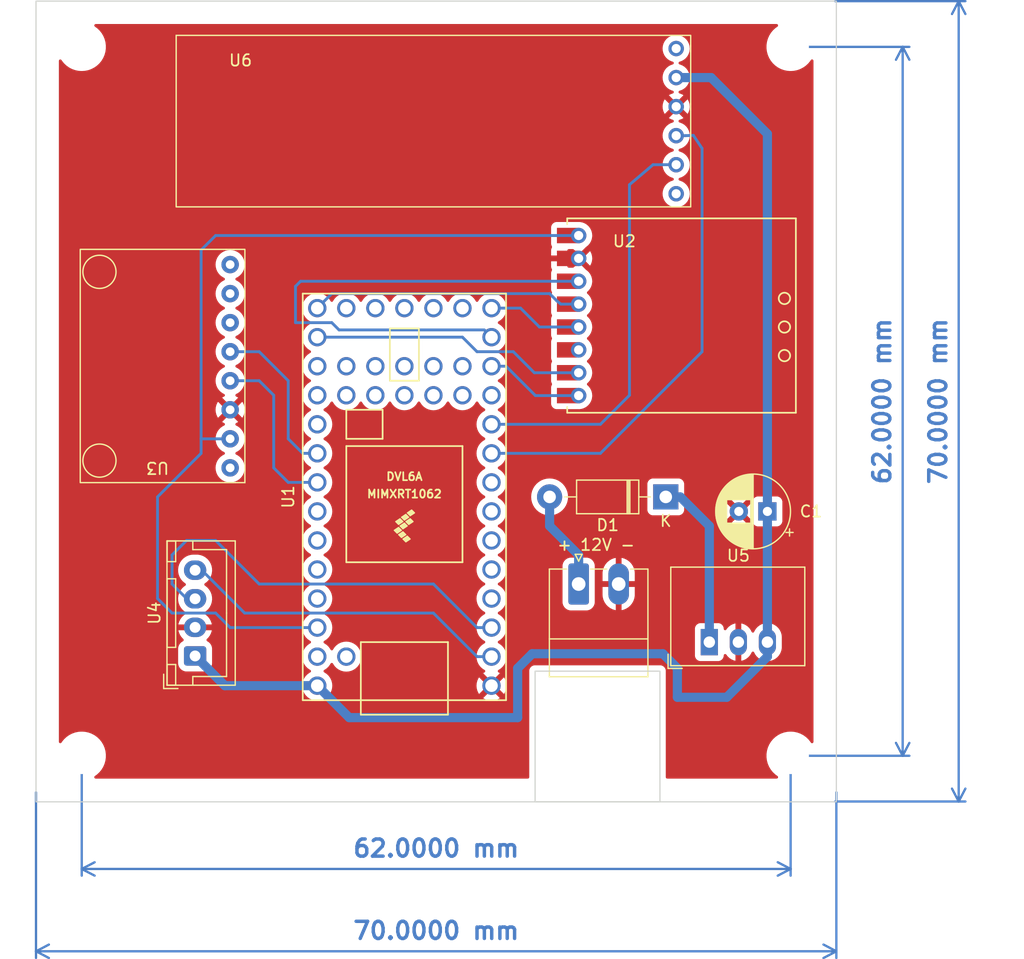
<source format=kicad_pcb>
(kicad_pcb (version 20211014) (generator pcbnew)
  (title_block (comment 4 "AISLER Project ID: ZCGLTTHO"))
  (layers (0 "F.Cu" signal) (31 "B.Cu" signal) (34 "B.Paste" user) (35 "F.Paste" user) (36 "B.SilkS" user "B.Silkscreen") (37 "F.SilkS" user "F.Silkscreen") (38 "B.Mask" user) (39 "F.Mask" user) (44 "Edge.Cuts" user))
  (net 0 "")
  (net 1 "Net-(D1-Pad1)")
  (net 2 "Net-(D1-Pad2)")
  (net 3 "GND")
  (net 16 "Net-(U1-Pad13)")
  (net 17 "Net-(U1-Pad12)")
  (net 31 "unconnected-(U2-Pad6)")
  (net 32 "Net-(U1-Pad25)")
  (net 33 "Net-(U1-Pad26)")
  (net 34 "Net-(U1-Pad2)")
  (net 35 "Net-(C1-Pad1)")
  (net 36 "Net-(U1-Pad3)")
  (net 37 "Net-(U1-Pad31)")
  (net 47 "Net-(U6-Pad4)")
  (net 48 "Net-(U6-Pad5)")
  (net 50 "Net-(U1-Pad14)")
  (net 51 "Net-(U1-Pad20)")
  (net 52 "Net-(U1-Pad21)")
  (footprint "Converter_DCDC:Converter_DCDC_RECOM_R-78E-0.5_THT" (layer "F.Cu") (at 135.89 99.06)
    (fp_text reference "U5" (at 2.54 -7.56) (layer "F.SilkS"))
    (fp_text value "R-78E5.0-0.5")
    (fp_line (start -3.371 -6.56) (end -3.371 2.06) (layer "F.SilkS") (width 0.12))
    (fp_line (start -3.371 -6.56) (end 8.35 -6.56) (layer "F.SilkS") (width 0.12))
    (fp_line (start -3.611 1.06) (end -3.611 2.3) (layer "F.SilkS") (width 0.12))
    (fp_line (start -3.611 2.3) (end -2.371 2.3) (layer "F.SilkS") (width 0.12))
    (fp_line (start -3.371 2.06) (end 8.35 2.06) (layer "F.SilkS") (width 0.12))
    (fp_line (start 8.35 -6.56) (end 8.35 2.06) (layer "F.SilkS") (width 0.12))
    (pad "1" thru_hole rect (at 0 0) (size 1.5 2.3) (drill 1) (layers *.Cu *.Mask) (net 1 "Net-(D1-Pad1)"))
    (pad "2" thru_hole oval (at 2.54 0) (size 1.5 2.3) (drill 1) (layers *.Cu *.Mask) (net 3 "GND"))
    (pad "3" thru_hole oval (at 5.08 0) (size 1.5 2.3) (drill 1) (layers *.Cu *.Mask) (net 35 "Net-(C1-Pad1)"))
  )
  (footprint "MountingHole:MountingHole_3.2mm_M3" (layer "F.Cu") (at 81 109)
    (fp_text reference "H1" hide)
    (fp_text value "MountingHole")
    (pad "" np_thru_hole circle (at 0 0) (size 3.2 3.2) (drill 3.2) (layers *.Cu *.Mask))
  )
  (footprint "Connector_JST:JST_XH_B4B-XH-A_1x04_P2.50mm_Vertical" (layer "F.Cu") (at 90.915 100.27 90)
    (fp_text reference "U4" (at 3.75 -3.55 90) (layer "F.SilkS"))
    (fp_text value "UBLOX M8N Module")
    (fp_line (start 6.75 -2.45) (end 0.75 -2.45) (layer "F.SilkS") (width 0.12))
    (fp_line (start -2.56 3.51) (end 10.06 3.51) (layer "F.SilkS") (width 0.12))
    (fp_line (start 9.3 -0.2) (end 9.3 2.75) (layer "F.SilkS") (width 0.12))
    (fp_line (start 8.25 -2.45) (end 8.25 -1.7) (layer "F.SilkS") (width 0.12))
    (fp_line (start 10.05 -0.2) (end 9.3 -0.2) (layer "F.SilkS") (width 0.12))
    (fp_line (start -2.55 -0.2) (end -1.8 -0.2) (layer "F.SilkS") (width 0.12))
    (fp_line (start -2.85 -2.75) (end -2.85 -1.5) (layer "F.SilkS") (width 0.12))
    (fp_line (start -1.8 -0.2) (end -1.8 2.75) (layer "F.SilkS") (width 0.12))
    (fp_line (start 0.75 -1.7) (end 6.75 -1.7) (layer "F.SilkS") (width 0.12))
    (fp_line (start -2.55 -1.7) (end -0.75 -1.7) (layer "F.SilkS") (width 0.12))
    (fp_line (start -1.8 2.75) (end 3.75 2.75) (layer "F.SilkS") (width 0.12))
    (fp_line (start -1.6 -2.75) (end -2.85 -2.75) (layer "F.SilkS") (width 0.12))
    (fp_line (start 10.06 -2.46) (end -2.56 -2.46) (layer "F.SilkS") (width 0.12))
    (fp_line (start 10.05 -1.7) (end 10.05 -2.45) (layer "F.SilkS") (width 0.12))
    (fp_line (start 6.75 -1.7) (end 6.75 -2.45) (layer "F.SilkS") (width 0.12))
    (fp_line (start -2.56 -2.46) (end -2.56 3.51) (layer "F.SilkS") (width 0.12))
    (fp_line (start -0.75 -2.45) (end -2.55 -2.45) (layer "F.SilkS") (width 0.12))
    (fp_line (start -0.75 -1.7) (end -0.75 -2.45) (layer "F.SilkS") (width 0.12))
    (fp_line (start 10.05 -2.45) (end 8.25 -2.45) (layer "F.SilkS") (width 0.12))
    (fp_line (start 0.75 -2.45) (end 0.75 -1.7) (layer "F.SilkS") (width 0.12))
    (fp_line (start 9.3 2.75) (end 3.75 2.75) (layer "F.SilkS") (width 0.12))
    (fp_line (start 10.06 3.51) (end 10.06 -2.46) (layer "F.SilkS") (width 0.12))
    (fp_line (start -2.55 -2.45) (end -2.55 -1.7) (layer "F.SilkS") (width 0.12))
    (fp_line (start 8.25 -1.7) (end 10.05 -1.7) (layer "F.SilkS") (width 0.12))
    (pad "1" thru_hole roundrect (at 0 0 90) (size 1.7 1.95) (drill 0.95) (layers *.Cu *.Mask) (roundrect_rratio 0.1470588235) (net 35 "Net-(C1-Pad1)"))
    (pad "2" thru_hole oval (at 2.5 0 90) (size 1.7 1.95) (drill 0.95) (layers *.Cu *.Mask) (net 3 "GND"))
    (pad "3" thru_hole oval (at 5 0 90) (size 1.7 1.95) (drill 0.95) (layers *.Cu *.Mask) (net 36 "Net-(U1-Pad3)"))
    (pad "4" thru_hole oval (at 7.5 0 90) (size 1.7 1.95) (drill 0.95) (layers *.Cu *.Mask) (net 34 "Net-(U1-Pad2)"))
  )
  (footprint "Connector_Phoenix_MC:PhoenixContact_MC_1,5_2-G-3.5_1x02_P3.50mm_Horizontal" (layer "F.Cu") (at 124.46 93.98)
    (fp_text reference "+ 12V - " (at 1.905 -3.429) (layer "F.SilkS"))
    (fp_text value "Screw_Terminal_01x02")
    (fp_line (start -2.56 -1.31) (end -2.56 8.11) (layer "F.SilkS") (width 0.12))
    (fp_line (start 0.3 -2.6) (end 0 -2) (layer "F.SilkS") (width 0.12))
    (fp_line (start 0 -2) (end -0.3 -2.6) (layer "F.SilkS") (width 0.12))
    (fp_line (start 6.06 -1.31) (end 4.55 -1.31) (layer "F.SilkS") (width 0.12))
    (fp_line (start -2.56 4.8) (end 6.06 4.8) (layer "F.SilkS") (width 0.12))
    (fp_line (start -2.56 -1.31) (end -1.05 -1.31) (layer "F.SilkS") (width 0.12))
    (fp_line (start -2.56 8.11) (end 6.06 8.11) (layer "F.SilkS") (width 0.12))
    (fp_line (start -0.3 -2.6) (end 0.3 -2.6) (layer "F.SilkS") (width 0.12))
    (fp_line (start 1.05 -1.31) (end 2.45 -1.31) (layer "F.SilkS") (width 0.12))
    (fp_line (start 6.06 8.11) (end 6.06 -1.31) (layer "F.SilkS") (width 0.12))
    (pad "1" thru_hole roundrect (at 0 0) (size 1.8 3.6) (drill 1.2) (layers *.Cu *.Mask) (roundrect_rratio 0.1388888889) (net 2 "Net-(D1-Pad2)"))
    (pad "2" thru_hole oval (at 3.5 0) (size 1.8 3.6) (drill 1.2) (layers *.Cu *.Mask) (net 3 "GND"))
  )
  (footprint "MountingHole:MountingHole_3.2mm_M3" (layer "F.Cu") (at 143 47)
    (fp_text reference "H4" hide)
    (fp_text value "MountingHole")
    (pad "" np_thru_hole circle (at 0 0) (size 3.2 3.2) (drill 3.2) (layers *.Cu *.Mask))
  )
  (footprint "Diode_THT:D_DO-41_SOD81_P10.16mm_Horizontal" (layer "F.Cu") (at 132.08 86.36 180)
    (fp_text reference "D1" (at 5.08 -2.47) (layer "F.SilkS"))
    (fp_text value "1N4004")
    (fp_text user "K" (at 0 -2.1) (layer "F.SilkS"))
    (fp_line (start 7.8 1.47) (end 7.8 -1.47) (layer "F.SilkS") (width 0.12))
    (fp_line (start 3.26 -1.47) (end 3.26 1.47) (layer "F.SilkS") (width 0.12))
    (fp_line (start 3.14 -1.47) (end 3.14 1.47) (layer "F.SilkS") (width 0.12))
    (fp_line (start 2.36 -1.47) (end 2.36 1.47) (layer "F.SilkS") (width 0.12))
    (fp_line (start 2.36 1.47) (end 7.8 1.47) (layer "F.SilkS") (width 0.12))
    (fp_line (start 8.82 0) (end 7.8 0) (layer "F.SilkS") (width 0.12))
    (fp_line (start 3.38 -1.47) (end 3.38 1.47) (layer "F.SilkS") (width 0.12))
    (fp_line (start 7.8 -1.47) (end 2.36 -1.47) (layer "F.SilkS") (width 0.12))
    (fp_line (start 1.34 0) (end 2.36 0) (layer "F.SilkS") (width 0.12))
    (pad "1" thru_hole rect (at 0 0 180) (size 2.2 2.2) (drill 1.1) (layers *.Cu *.Mask) (net 1 "Net-(D1-Pad1)"))
    (pad "2" thru_hole oval (at 10.16 0 180) (size 2.2 2.2) (drill 1.1) (layers *.Cu *.Mask) (net 2 "Net-(D1-Pad2)"))
  )
  (footprint "_Arduino_module:CC1101" (layer "F.Cu") (at 121.96 62)
    (fp_text reference "U2" (at 6.5 2) (layer "F.SilkS"))
    (fp_text value "CC1101")
    (fp_line (start 1.5 0) (end 21.5 0) (layer "F.SilkS") (width 0.15))
    (fp_line (start 21.5 17) (end 1.5 17) (layer "F.SilkS") (width 0.15))
    (fp_line (start 1.5 0) (end 1.5 0.5) (layer "F.SilkS") (width 0.15))
    (fp_line (start 1.5 17) (end 1.5 16.5) (layer "F.SilkS") (width 0.15))
    (fp_line (start 21.5 0) (end 21.5 17) (layer "F.SilkS") (width 0.15))
    (fp_circle (center 20.5 12) (end 20.5 12.5) (layer "F.SilkS") (width 0.15) (fill none))
    (fp_circle (center 20.5 7) (end 20.5 7.5) (layer "F.SilkS") (width 0.15) (fill none))
    (fp_circle (center 20.5 9.5) (end 21 9.5) (layer "F.SilkS") (width 0.15) (fill none))
    (pad "1" connect rect (at 1.5 1.5) (size 1.8 1.35) (layers "F.Cu" "F.Mask") (net 37 "Net-(U1-Pad31)"))
    (pad "1" thru_hole circle (at 2.5 1.5) (size 1.35 1.35) (drill 0.8) (layers *.Cu *.Mask) (net 37 "Net-(U1-Pad31)"))
    (pad "2" connect rect (at 1.5 3.5) (size 1.8 1.35) (layers "F.Cu" "F.Mask") (net 3 "GND"))
    (pad "2" thru_hole circle (at 2.5 3.5) (size 1.35 1.35) (drill 0.8) (layers *.Cu *.Mask) (net 3 "GND"))
    (pad "3" thru_hole circle (at 2.5 5.5) (size 1.35 1.35) (drill 0.8) (layers *.Cu *.Mask) (net 16 "Net-(U1-Pad13)"))
    (pad "3" connect rect (at 1.5 5.5) (size 1.8 1.35) (layers "F.Cu" "F.Mask") (net 16 "Net-(U1-Pad13)"))
    (pad "4" connect rect (at 1.5 7.5) (size 1.8 1.35) (layers "F.Cu" "F.Mask") (net 51 "Net-(U1-Pad20)"))
    (pad "4" thru_hole circle (at 2.5 7.5) (size 1.35 1.35) (drill 0.8) (layers *.Cu *.Mask) (net 51 "Net-(U1-Pad20)"))
    (pad "5" thru_hole circle (at 2.5 9.5) (size 1.35 1.35) (drill 0.8) (layers *.Cu *.Mask) (net 50 "Net-(U1-Pad14)"))
    (pad "5" connect rect (at 1.5 9.5) (size 1.8 1.35) (layers "F.Cu" "F.Mask") (net 50 "Net-(U1-Pad14)"))
    (pad "6" thru_hole circle (at 2.5 11.5) (size 1.35 1.35) (drill 0.8) (layers *.Cu *.Mask) (net 31 "unconnected-(U2-Pad6)"))
    (pad "6" connect rect (at 1.5 11.5) (size 1.8 1.35) (layers "F.Cu" "F.Mask") (net 31 "unconnected-(U2-Pad6)"))
    (pad "7" thru_hole circle (at 2.5 13.5) (size 1.35 1.35) (drill 0.8) (layers *.Cu *.Mask) (net 52 "Net-(U1-Pad21)"))
    (pad "7" connect rect (at 1.5 13.5) (size 1.8 1.35) (layers "F.Cu" "F.Mask") (net 52 "Net-(U1-Pad21)"))
    (pad "8" connect rect (at 1.5 15.5) (size 1.8 1.35) (layers "F.Cu" "F.Mask") (net 17 "Net-(U1-Pad12)"))
    (pad "8" thru_hole circle (at 2.5 15.5) (size 1.35 1.35) (drill 0.8) (layers *.Cu *.Mask) (net 17 "Net-(U1-Pad12)"))
  )
  (footprint "Teensy:Teensy40" (layer "F.Cu") (at 109.22 86.36 90)
    (fp_text reference "U1" (at 0 -10.16 90) (layer "F.SilkS"))
    (fp_text value "Teensy4.0")
    (fp_text user "MIMXRT1062" (at 0.254 0) (layer "F.SilkS") (effects (font (size 0.7 0.7))))
    (fp_text user "DVL6A" (at 1.778 0) (layer "F.SilkS") (effects (font (size 0.7 0.7))))
    (fp_line (start 4.445 -5.08) (end -5.715 -5.08) (layer "F.SilkS") (width 0.15))
    (fp_line (start -5.715 -5.08) (end -5.715 5.08) (layer "F.SilkS") (width 0.15))
    (fp_line (start -12.7 3.81) (end -12.7 -3.81) (layer "F.SilkS") (width 0.15))
    (fp_line (start 17.78 -8.89) (end 17.78 8.89) (layer "F.SilkS") (width 0.15))
    (fp_line (start 4.445 5.08) (end 4.445 -5.08) (layer "F.SilkS") (width 0.15))
    (fp_line (start -17.78 -8.89) (end 17.78 -8.89) (layer "F.SilkS") (width 0.15))
    (fp_line (start -12.7 3.81) (end -17.78 3.81) (layer "F.SilkS") (width 0.15))
    (fp_line (start 7.62 -1.905) (end 5.08 -1.905) (layer "F.SilkS") (width 0.15))
    (fp_line (start 5.08 -1.905) (end 5.08 -5.08) (layer "F.SilkS") (width 0.15))
    (fp_line (start 14.732 -1.27) (end 14.732 1.27) (layer "F.SilkS") (width 0.15))
    (fp_line (start 7.62 -5.08) (end 7.62 -1.905) (layer "F.SilkS") (width 0.15))
    (fp_line (start -17.78 8.89) (end -17.78 -8.89) (layer "F.SilkS") (width 0.15))
    (fp_line (start -12.7 -3.81) (end -17.78 -3.81) (layer "F.SilkS") (width 0.15))
    (fp_line (start 10.16 1.27) (end 10.16 -1.27) (layer "F.SilkS") (width 0.15))
    (fp_line (start -19.05 3.81) (end -19.05 -3.81) (layer "F.SilkS") (width 0.15))
    (fp_line (start 14.732 1.27) (end 10.16 1.27) (layer "F.SilkS") (width 0.15))
    (fp_line (start -19.05 -3.81) (end -17.78 -3.81) (layer "F.SilkS") (width 0.15))
    (fp_line (start 5.08 -5.08) (end 7.62 -5.08) (layer "F.SilkS") (width 0.15))
    (fp_line (start 17.78 8.89) (end -17.78 8.89) (layer "F.SilkS") (width 0.15))
    (fp_line (start 4.445 5.08) (end -5.715 5.08) (layer "F.SilkS") (width 0.15))
    (fp_line (start 10.16 -1.27) (end 14.732 -1.27) (layer "F.SilkS") (width 0.15))
    (fp_line (start -17.78 3.81) (end -19.05 3.81) (layer "F.SilkS") (width 0.15))
    (fp_poly (pts (xy -2.413 0.381) (xy -2.159 0.127) (xy -1.905 0.508) (xy -2.159 0.762)) (layer "F.SilkS") (width 0.1) (fill solid))
    (fp_poly (pts (xy -2.413 -0.508) (xy -2.159 -0.762) (xy -1.905 -0.381) (xy -2.159 -0.127)) (layer "F.SilkS") (width 0.1) (fill solid))
    (fp_poly (pts (xy -3.556 -0.254) (xy -3.302 -0.508) (xy -3.048 -0.127) (xy -3.302 0.127)) (layer "F.SilkS") (width 0.1) (fill solid))
    (fp_poly (pts (xy -2.794 -0.127) (xy -2.54 -0.381) (xy -2.286 0) (xy -2.54 0.254)) (layer "F.SilkS") (width 0.1) (fill solid))
    (fp_poly (pts (xy -1.651 0.508) (xy -1.397 0.254) (xy -1.143 0.635) (xy -1.397 0.889)) (layer "F.SilkS") (width 0.1) (fill solid))
    (fp_poly (pts (xy -3.937 0.127) (xy -3.683 -0.127) (xy -3.429 0.254) (xy -3.683 0.508)) (layer "F.SilkS") (width 0.1) (fill solid))
    (fp_poly (pts (xy -3.175 -0.635) (xy -2.921 -0.889) (xy -2.667 -0.508) (xy -2.921 -0.254)) (layer "F.SilkS") (width 0.1) (fill solid))
    (fp_poly (pts (xy -2.032 0) (xy -1.778 -0.254) (xy -1.524 0.127) (xy -1.778 0.381)) (layer "F.SilkS") (width 0.1) (fill solid))
    (pad "1" thru_hole circle locked (at -16.51 7.62 90) (size 1.6 1.6) (drill 1.1) (layers *.Cu *.Mask) (net 3 "GND"))
    (pad "2" thru_hole circle locked (at -13.97 7.62 90) (size 1.6 1.6) (drill 1.1) (layers *.Cu *.Mask) (net 34 "Net-(U1-Pad2)"))
    (pad "3" thru_hole circle locked (at -11.43 7.62 90) (size 1.6 1.6) (drill 1.1) (layers *.Cu *.Mask) (net 36 "Net-(U1-Pad3)"))
    (pad "4" thru_hole circle locked (at -8.89 7.62 90) (size 1.6 1.6) (drill 1.1) (layers *.Cu *.Mask))
    (pad "5" thru_hole circle locked (at -6.35 7.62 90) (size 1.6 1.6) (drill 1.1) (layers *.Cu *.Mask))
    (pad "6" thru_hole circle locked (at -3.81 7.62 90) (size 1.6 1.6) (drill 1.1) (layers *.Cu *.Mask))
    (pad "7" thru_hole circle locked (at -1.27 7.62 90) (size 1.6 1.6) (drill 1.1) (layers *.Cu *.Mask))
    (pad "8" thru_hole circle locked (at 1.27 7.62 90) (size 1.6 1.6) (drill 1.1) (layers *.Cu *.Mask))
    (pad "9" thru_hole circle locked (at 3.81 7.62 90) (size 1.6 1.6) (drill 1.1) (layers *.Cu *.Mask) (net 47 "Net-(U6-Pad4)"))
    (pad "10" thru_hole circle locked (at 6.35 7.62 90) (size 1.6 1.6) (drill 1.1) (layers *.Cu *.Mask) (net 48 "Net-(U6-Pad5)"))
    (pad "11" thru_hole circle locked (at 8.89 7.62 90) (size 1.6 1.6) (drill 1.1) (layers *.Cu *.Mask))
    (pad "12" thru_hole circle locked (at 11.43 7.62 90) (size 1.6 1.6) (drill 1.1) (layers *.Cu *.Mask) (net 17 "Net-(U1-Pad12)"))
    (pad "13" thru_hole circle locked (at 13.97 7.62 90) (size 1.6 1.6) (drill 1.1) (layers *.Cu *.Mask) (net 16 "Net-(U1-Pad13)"))
    (pad "14" thru_hole circle locked (at 16.51 7.62 90) (size 1.6 1.6) (drill 1.1) (layers *.Cu *.Mask) (net 50 "Net-(U1-Pad14)"))
    (pad "15" thru_hole circle locked (at 16.51 5.08 90) (size 1.6 1.6) (drill 1.1) (layers *.Cu *.Mask))
    (pad "16" thru_hole circle locked (at 16.51 2.54 90) (size 1.6 1.6) (drill 1.1) (layers *.Cu *.Mask))
    (pad "17" thru_hole circle locked (at 16.51 0 90) (size 1.6 1.6) (drill 1.1) (layers *.Cu *.Mask))
    (pad "18" thru_hole circle locked (at 16.51 -2.54 90) (size 1.6 1.6) (drill 1.1) (layers *.Cu *.Mask))
    (pad "19" thru_hole circle locked (at 16.51 -5.08 90) (size 1.6 1.6) (drill 1.1) (layers *.Cu *.Mask))
    (pad "20" thru_hole circle locked (at 16.51 -7.62 90) (size 1.6 1.6) (drill 1.1) (layers *.Cu *.Mask) (net 51 "Net-(U1-Pad20)"))
    (pad "21" thru_hole circle locked (at 13.97 -7.62 90) (size 1.6 1.6) (drill 1.1) (layers *.Cu *.Mask) (net 52 "Net-(U1-Pad21)"))
    (pad "22" thru_hole circle locked (at 11.43 -7.62 90) (size 1.6 1.6) (drill 1.1) (layers *.Cu *.Mask))
    (pad "23" thru_hole circle locked (at 8.89 -7.62 90) (size 1.6 1.6) (drill 1.1) (layers *.Cu *.Mask))
    (pad "24" thru_hole circle locked (at 6.35 -7.62 90) (size 1.6 1.6) (drill 1.1) (layers *.Cu *.Mask))
    (pad "25" thru_hole circle locked (at 3.81 -7.62 90) (size 1.6 1.6) (drill 1.1) (layers *.Cu *.Mask) (net 32 "Net-(U1-Pad25)"))
    (pad "26" thru_hole circle locked (at 1.27 -7.62 90) (size 1.6 1.6) (drill 1.1) (layers *.Cu *.Mask) (net 33 "Net-(U1-Pad26)"))
    (pad "27" thru_hole circle locked (at -1.27 -7.62 90) (size 1.6 1.6) (drill 1.1) (layers *.Cu *.Mask))
    (pad "28" thru_hole circle locked (at -3.81 -7.62 90) (size 1.6 1.6) (drill 1.1) (layers *.Cu *.Mask))
    (pad "29" thru_hole circle locked (at -6.35 -7.62 90) (size 1.6 1.6) (drill 1.1) (layers *.Cu *.Mask))
    (pad "30" thru_hole circle locked (at -8.89 -7.62 90) (size 1.6 1.6) (drill 1.1) (layers *.Cu *.Mask))
    (pad "31" thru_hole circle locked (at -11.43 -7.62 90) (size 1.6 1.6) (drill 1.1) (layers *.Cu *.Mask) (net 37 "Net-(U1-Pad31)"))
    (pad "32" thru_hole circle locked (at -13.97 -7.62 90) (size 1.6 1.6) (drill 1.1) (layers *.Cu *.Mask))
    (pad "33" thru_hole circle locked (at -16.51 -7.62 90) (size 1.6 1.6) (drill 1.1) (layers *.Cu *.Mask) (net 35 "Net-(C1-Pad1)"))
    (pad "34" thru_hole circle locked (at -13.97 -5.08 90) (size 1.6 1.6) (drill 1.1) (layers *.Cu *.Mask))
    (pad "35" thru_hole circle locked (at 11.43 -5.08 90) (size 1.6 1.6) (drill 1.1) (layers *.Cu *.Mask))
    (pad "36" thru_hole circle locked (at 8.89 -5.08 90) (size 1.6 1.6) (drill 1.1) (layers *.Cu *.Mask))
    (pad "37" thru_hole circle locked (at 11.43 -2.54 90) (size 1.6 1.6) (drill 1.1) (layers *.Cu *.Mask))
    (pad "38" thru_hole circle locked (at 8.89 -2.54 90) (size 1.6 1.6) (drill 1.1) (layers *.Cu *.Mask))
    (pad "39" thru_hole circle locked (at 11.43 0 90) (size 1.6 1.6) (drill 1.1) (layers *.Cu *.Mask))
    (pad "40" thru_hole circle locked (at 8.89 0 90) (size 1.6 1.6) (drill 1.1) (layers *.Cu *.Mask))
    (pad "41" thru_hole circle locked (at 11.43 2.54 90) (size 1.6 1.6) (drill 1.1) (layers *.Cu *.Mask))
    (pad "42" thru_hole circle locked (at 8.89 2.54 90) (size 1.6 1.6) (drill 1.1) (layers *.Cu *.Mask))
    (pad "43" thru_hole circle locked (at 11.43 5.08 90) (size 1.6 1.6) (drill 1.1) (layers *.Cu *.Mask))
    (pad "44" thru_hole circle locked (at 8.89 5.08 90) (size 1.6 1.6) (drill 1.1) (layers *.Cu *.Mask))
  )
  (footprint "MountingHole:MountingHole_3.2mm_M3" (layer "F.Cu") (at 143 109)
    (fp_text reference "H2" hide)
    (fp_text value "MountingHole")
    (pad "" np_thru_hole circle (at 0 0) (size 3.2 3.2) (drill 3.2) (layers *.Cu *.Mask))
  )
  (footprint "_Arduino_module:GY-511" (layer "F.Cu") (at 96.52 86.36 180)
    (fp_text reference "U3" (at 8.89 2.54 180 unlocked) (layer "F.SilkS"))
    (fp_text value "GY-511")
    (fp_rect (start 1.25 1.25) (end 15.65 21.65) (layer "F.SilkS") (width 0.12) (fill none))
    (fp_circle (center 13.97 3.175) (end 15.42 3.175) (layer "F.SilkS") (width 0.12) (fill none))
    (fp_circle (center 13.97 19.685) (end 15.42 19.685) (layer "F.SilkS") (width 0.12) (fill none))
    (pad "1" thru_hole circle (at 2.54 2.54 180) (size 1.524 1.524) (drill 0.762) (layers *.Cu *.Mask))
    (pad "2" thru_hole circle (at 2.54 5.08 180) (size 1.524 1.524) (drill 0.762) (layers *.Cu *.Mask) (net 37 "Net-(U1-Pad31)"))
    (pad "3" thru_hole circle (at 2.54 7.62 180) (size 1.524 1.524) (drill 0.762) (layers *.Cu *.Mask) (net 3 "GND"))
    (pad "4" thru_hole circle (at 2.54 10.16 180) (size 1.524 1.524) (drill 0.762) (layers *.Cu *.Mask) (net 33 "Net-(U1-Pad26)"))
    (pad "5" thru_hole circle (at 2.54 12.7 180) (size 1.524 1.524) (drill 0.762) (layers *.Cu *.Mask) (net 32 "Net-(U1-Pad25)"))
    (pad "6" thru_hole circle (at 2.54 15.24 180) (size 1.524 1.524) (drill 0.762) (layers *.Cu *.Mask))
    (pad "7" thru_hole circle (at 2.54 17.78 180) (size 1.524 1.524) (drill 0.762) (layers *.Cu *.Mask))
    (pad "8" thru_hole circle (at 2.54 20.32 180) (size 1.524 1.524) (drill 0.762) (layers *.Cu *.Mask))
  )
  (footprint "Capacitor_THT:CP_Radial_D6.3mm_P2.50mm" (layer "F.Cu") (at 140.97 87.63 180)
    (fp_text reference "C1" (at -3.81 0) (layer "F.SilkS"))
    (fp_text value "100µF 16V")
    (fp_line (start 1.53 -3.218) (end 1.53 -1.04) (layer "F.SilkS") (width 0.12))
    (fp_line (start 3.291 1.04) (end 3.291 2.516) (layer "F.SilkS") (width 0.12))
    (fp_line (start 1.69 1.04) (end 1.69 3.201) (layer "F.SilkS") (width 0.12))
    (fp_line (start 1.93 1.04) (end 1.93 3.159) (layer "F.SilkS") (width 0.12))
    (fp_line (start 2.171 -3.098) (end 2.171 -1.04) (layer "F.SilkS") (width 0.12))
    (fp_line (start 3.211 1.04) (end 3.211 2.578) (layer "F.SilkS") (width 0.12))
    (fp_line (start 2.731 -2.876) (end 2.731 -1.04) (layer "F.SilkS") (width 0.12))
    (fp_line (start 3.611 -2.224) (end 3.611 2.224) (layer "F.SilkS") (width 0.12))
    (fp_line (start 1.77 1.04) (end 1.77 3.189) (layer "F.SilkS") (width 0.12))
    (fp_line (start 2.251 1.04) (end 2.251 3.074) (layer "F.SilkS") (width 0.12))
    (fp_line (start 3.891 -1.89) (end 3.891 1.89) (layer "F.SilkS") (width 0.12))
    (fp_line (start 3.251 1.04) (end 3.251 2.548) (layer "F.SilkS") (width 0.12))
    (fp_line (start 3.291 -2.516) (end 3.291 -1.04) (layer "F.SilkS") (width 0.12))
    (fp_line (start 1.29 -3.23) (end 1.29 3.23) (layer "F.SilkS") (width 0.12))
    (fp_line (start 3.131 1.04) (end 3.131 2.636) (layer "F.SilkS") (width 0.12))
    (fp_line (start 1.45 -3.224) (end 1.45 3.224) (layer "F.SilkS") (width 0.12))
    (fp_line (start 3.331 1.04) (end 3.331 2.484) (layer "F.SilkS") (width 0.12))
    (fp_line (start 4.491 -0.402) (end 4.491 0.402) (layer "F.SilkS") (width 0.12))
    (fp_line (start 1.971 1.04) (end 1.971 3.15) (layer "F.SilkS") (width 0.12))
    (fp_line (start 2.531 1.04) (end 2.531 2.97) (layer "F.SilkS") (width 0.12))
    (fp_line (start 3.011 1.04) (end 3.011 2.716) (layer "F.SilkS") (width 0.12))
    (fp_line (start 2.331 1.04) (end 2.331 3.047) (layer "F.SilkS") (width 0.12))
    (fp_line (start 1.93 -3.159) (end 1.93 -1.04) (layer "F.SilkS") (width 0.12))
    (fp_line (start 1.41 -3.227) (end 1.41 3.227) (layer "F.SilkS") (width 0.12))
    (fp_line (start 2.851 -2.812) (end 2.851 -1.04) (layer "F.SilkS") (width 0.12))
    (fp_line (start 2.571 1.04) (end 2.571 2.952) (layer "F.SilkS") (width 0.12))
    (fp_line (start 3.451 -2.38) (end 3.451 -1.04) (layer "F.SilkS") (width 0.12))
    (fp_line (start 2.251 -3.074) (end 2.251 -1.04) (layer "F.SilkS") (width 0.12))
    (fp_line (start 2.891 -2.79) (end 2.891 -1.04) (layer "F.SilkS") (width 0.12))
    (fp_line (start 2.731 1.04) (end 2.731 2.876) (layer "F.SilkS") (width 0.12))
    (fp_line (start 3.651 -2.182) (end 3.651 2.182) (layer "F.SilkS") (width 0.12))
    (fp_line (start 4.171 -1.432) (end 4.171 1.432) (layer "F.SilkS") (width 0.12))
    (fp_line (start 3.171 1.04) (end 3.171 2.607) (layer "F.SilkS") (width 0.12))
    (fp_line (start 4.211 -1.35) (end 4.211 1.35) (layer "F.SilkS") (width 0.12))
    (fp_line (start 1.89 1.04) (end 1.89 3.167) (layer "F.SilkS") (width 0.12))
    (fp_line (start 3.171 -2.607) (end 3.171 -1.04) (layer "F.SilkS") (width 0.12))
    (fp_line (start 3.811 -1.995) (end 3.811 1.995) (layer "F.SilkS") (width 0.12))
    (fp_line (start 3.131 -2.636) (end 3.131 -1.04) (layer "F.SilkS") (width 0.12))
    (fp_line (start 2.411 1.04) (end 2.411 3.018) (layer "F.SilkS") (width 0.12))
    (fp_line (start 2.771 1.04) (end 2.771 2.856) (layer "F.SilkS") (width 0.12))
    (fp_line (start 2.611 -2.934) (end 2.611 -1.04) (layer "F.SilkS") (width 0.12))
    (fp_line (start 1.49 1.04) (end 1.49 3.222) (layer "F.SilkS") (width 0.12))
    (fp_line (start 3.051 -2.69) (end 3.051 -1.04) (layer "F.SilkS") (width 0.12))
    (fp_line (start 3.211 -2.578) (end 3.211 -1.04) (layer "F.SilkS") (width 0.12))
    (fp_line (start 1.37 -3.228) (end 1.37 3.228) (layer "F.SilkS") (width 0.12))
    (fp_line (start 2.291 1.04) (end 2.291 3.061) (layer "F.SilkS") (width 0.12))
    (fp_line (start 2.411 -3.018) (end 2.411 -1.04) (layer "F.SilkS") (width 0.12))
    (fp_line (start 4.011 -1.714) (end 4.011 1.714) (layer "F.SilkS") (width 0.12))
    (fp_line (start 2.091 1.04) (end 2.091 3.121) (layer "F.SilkS") (width 0.12))
    (fp_line (start 3.451 1.04) (end 3.451 2.38) (layer "F.SilkS") (width 0.12))
    (fp_line (start 1.81 -3.182) (end 1.81 -1.04) (layer "F.SilkS") (width 0.12))
    (fp_line (start 4.291 -1.165) (end 4.291 1.165) (layer "F.SilkS") (width 0.12))
    (fp_line (start 3.571 -2.265) (end 3.571 2.265) (layer "F.SilkS") (width 0.12))
    (fp_line (start 2.851 1.04) (end 2.851 2.812) (layer "F.SilkS") (width 0.12))
    (fp_line (start 1.61 -3.211) (end 1.61 -1.04) (layer "F.SilkS") (width 0.12))
    (fp_line (start 3.411 1.04) (end 3.411 2.416) (layer "F.SilkS") (width 0.12))
    (fp_line (start 2.891 1.04) (end 2.891 2.79) (layer "F.SilkS") (width 0.12))
    (fp_line (start 4.131 -1.509) (end 4.131 1.509) (layer "F.SilkS") (width 0.12))
    (fp_line (start 1.53 1.04) (end 1.53 3.218) (layer "F.SilkS") (width 0.12))
    (fp_line (start 1.85 -3.175) (end 1.85 -1.04) (layer "F.SilkS") (width 0.12))
    (fp_line (start 1.33 -3.23) (end 1.33 3.23) (layer "F.SilkS") (width 0.12))
    (fp_line (start 2.931 -2.766) (end 2.931 -1.04) (layer "F.SilkS") (width 0.12))
    (fp_line (start 3.931 -1.834) (end 3.931 1.834) (layer "F.SilkS") (width 0.12))
    (fp_line (start 2.171 1.04) (end 2.171 3.098) (layer "F.SilkS") (width 0.12))
    (fp_line (start 3.091 -2.664) (end 3.091 -1.04) (layer "F.SilkS") (width 0.12))
    (fp_line (start 2.451 1.04) (end 2.451 3.002) (layer "F.SilkS") (width 0.12))
    (fp_line (start 1.57 -3.215) (end 1.57 -1.04) (layer "F.SilkS") (width 0.12))
    (fp_line (start 3.371 1.04) (end 3.371 2.45) (layer "F.SilkS") (width 0.12))
    (fp_line (start 2.211 1.04) (end 2.211 3.086) (layer "F.SilkS") (width 0.12))
    (fp_line (start 4.331 -1.059) (end 4.331 1.059) (layer "F.SilkS") (width 0.12))
    (fp_line (start 1.69 -3.201) (end 1.69 -1.04) (layer "F.SilkS") (width 0.12))
    (fp_line (start 1.73 1.04) (end 1.73 3.195) (layer "F.SilkS") (width 0.12))
    (fp_line (start 4.251 -1.262) (end 4.251 1.262) (layer "F.SilkS") (width 0.12))
    (fp_line (start -1.935241 -2.154) (end -1.935241 -1.524) (layer "F.SilkS") (width 0.12))
    (fp_line (start 3.531 -2.305) (end 3.531 -1.04) (layer "F.SilkS") (width 0.12))
    (fp_line (start 2.491 -2.986) (end 2.491 -1.04) (layer "F.SilkS") (width 0.12))
    (fp_line (start 2.811 -2.834) (end 2.811 -1.04) (layer "F.SilkS") (width 0.12))
    (fp_line (start 3.731 -2.092) (end 3.731 2.092) (layer "F.SilkS") (width 0.12))
    (fp_line (start 2.011 -3.141) (end 2.011 -1.04) (layer "F.SilkS") (width 0.12))
    (fp_line (start 2.971 -2.742) (end 2.971 -1.04) (layer "F.SilkS") (width 0.12))
    (fp_line (start 1.65 1.04) (end 1.65 3.206) (layer "F.SilkS") (width 0.12))
    (fp_line (start 2.931 1.04) (end 2.931 2.766) (layer "F.SilkS") (width 0.12))
    (fp_line (start 3.491 1.04) (end 3.491 2.343) (layer "F.SilkS") (width 0.12))
    (fp_line (start 2.651 -2.916) (end 2.651 -1.04) (layer "F.SilkS") (width 0.12))
    (fp_line (start 3.051 1.04) (end 3.051 2.69) (layer "F.SilkS") (width 0.12))
    (fp_line (start 1.65 -3.206) (end 1.65 -1.04) (layer "F.SilkS") (width 0.12))
    (fp_line (start 1.77 -3.189) (end 1.77 -1.04) (layer "F.SilkS") (width 0.12))
    (fp_line (start 1.85 1.04) (end 1.85 3.175) (layer "F.SilkS") (width 0.12))
    (fp_line (start 2.651 1.04) (end 2.651 2.916) (layer "F.SilkS") (width 0.12))
    (fp_line (start 4.371 -0.94) (end 4.371 0.94) (layer "F.SilkS") (width 0.12))
    (fp_line (start 3.091 1.04) (end 3.091 2.664) (layer "F.SilkS") (width 0.12))
    (fp_line (start 3.531 1.04) (end 3.531 2.305) (layer "F.SilkS") (width 0.12))
    (fp_line (start 1.89 -3.167) (end 1.89 -1.04) (layer "F.SilkS") (width 0.12))
    (fp_line (start 2.691 -2.896) (end 2.691 -1.04) (layer "F.SilkS") (width 0.12))
    (fp_line (start 4.051 -1.65) (end 4.051 1.65) (layer "F.SilkS") (width 0.12))
    (fp_line (start 1.73 -3.195) (end 1.73 -1.04) (layer "F.SilkS") (width 0.12))
    (fp_line (start 2.771 -2.856) (end 2.771 -1.04) (layer "F.SilkS") (width 0.12))
    (fp_line (start 1.971 -3.15) (end 1.971 -1.04) (layer "F.SilkS") (width 0.12))
    (fp_line (start -2.250241 -1.839) (end -1.620241 -1.839) (layer "F.SilkS") (width 0.12))
    (fp_line (start 1.25 -3.23) (end 1.25 3.23) (layer "F.SilkS") (width 0.12))
    (fp_line (start 3.691 -2.137) (end 3.691 2.137) (layer "F.SilkS") (width 0.12))
    (fp_line (start 2.211 -3.086) (end 2.211 -1.04) (layer "F.SilkS") (width 0.12))
    (fp_line (start 2.131 -3.11) (end 2.131 -1.04) (layer "F.SilkS") (width 0.12))
    (fp_line (start 2.811 1.04) (end 2.811 2.834) (layer "F.SilkS") (width 0.12))
    (fp_line (start 3.251 -2.548) (end 3.251 -1.04) (layer "F.SilkS") (width 0.12))
    (fp_line (start 1.49 -3.222) (end 1.49 -1.04) (layer "F.SilkS") (width 0.12))
    (fp_line (start 2.131 1.04) (end 2.131 3.11) (layer "F.SilkS") (width 0.12))
    (fp_line (start 2.051 1.04) (end 2.051 3.131) (layer "F.SilkS") (width 0.12))
    (fp_line (start 1.61 1.04) (end 1.61 3.211) (layer "F.SilkS") (width 0.12))
    (fp_line (start 2.011 1.04) (end 2.011 3.141) (layer "F.SilkS") (width 0.12))
    (fp_line (start 3.411 -2.416) (end 3.411 -1.04) (layer "F.SilkS") (width 0.12))
    (fp_line (start 2.091 -3.121) (end 2.091 -1.04) (layer "F.SilkS") (width 0.12))
    (fp_line (start 2.371 -3.033) (end 2.371 -1.04) (layer "F.SilkS") (width 0.12))
    (fp_line (start 2.531 -2.97) (end 2.531 -1.04) (layer "F.SilkS") (width 0.12))
    (fp_line (start 3.771 -2.044) (end 3.771 2.044) (layer "F.SilkS") (width 0.12))
    (fp_line (start 2.331 -3.047) (end 2.331 -1.04) (layer "F.SilkS") (width 0.12))
    (fp_line (start 2.371 1.04) (end 2.371 3.033) (layer "F.SilkS") (width 0.12))
    (fp_line (start 2.971 1.04) (end 2.971 2.742) (layer "F.SilkS") (width 0.12))
    (fp_line (start 2.691 1.04) (end 2.691 2.896) (layer "F.SilkS") (width 0.12))
    (fp_line (start 2.451 -3.002) (end 2.451 -1.04) (layer "F.SilkS") (width 0.12))
    (fp_line (start 4.411 -0.802) (end 4.411 0.802) (layer "F.SilkS") (width 0.12))
    (fp_line (start 3.971 -1.776) (end 3.971 1.776) (layer "F.SilkS") (width 0.12))
    (fp_line (start 4.091 -1.581) (end 4.091 1.581) (layer "F.SilkS") (width 0.12))
    (fp_line (start 2.571 -2.952) (end 2.571 -1.04) (layer "F.SilkS") (width 0.12))
    (fp_line (start 2.291 -3.061) (end 2.291 -1.04) (layer "F.SilkS") (width 0.12))
    (fp_line (start 1.57 1.04) (end 1.57 3.215) (layer "F.SilkS") (width 0.12))
    (fp_line (start 3.011 -2.716) (end 3.011 -1.04) (layer "F.SilkS") (width 0.12))
    (fp_line (start 3.851 -1.944) (end 3.851 1.944) (layer "F.SilkS") (width 0.12))
    (fp_line (start 3.491 -2.343) (end 3.491 -1.04) (layer "F.SilkS") (width 0.12))
    (fp_line (start 4.451 -0.633) (end 4.451 0.633) (layer "F.SilkS") (width 0.12))
    (fp_line (start 2.611 1.04) (end 2.611 2.934) (layer "F.SilkS") (width 0.12))
    (fp_line (start 2.491 1.04) (end 2.491 2.986) (layer "F.SilkS") (width 0.12))
    (fp_line (start 1.81 1.04) (end 1.81 3.182) (layer "F.SilkS") (width 0.12))
    (fp_line (start 2.051 -3.131) (end 2.051 -1.04) (layer "F.SilkS") (width 0.12))
    (fp_line (start 3.331 -2.484) (end 3.331 -1.04) (layer "F.SilkS") (width 0.12))
    (fp_line (start 3.371 -2.45) (end 3.371 -1.04) (layer "F.SilkS") (width 0.12))
    (fp_circle (center 1.25 0) (end 4.52 0) (layer "F.SilkS") (width 0.12) (fill none))
    (pad "1" thru_hole rect (at 0 0 180) (size 1.6 1.6) (drill 0.8) (layers *.Cu *.Mask) (net 35 "Net-(C1-Pad1)"))
    (pad "2" thru_hole circle (at 2.5 0 180) (size 1.6 1.6) (drill 0.8) (layers *.Cu *.Mask) (net 3 "GND"))
  )
  (footprint "_Arduino_module:HC-06" (layer "F.Cu") (at 89.81 45.875)
    (fp_text reference "U6" (at 5.08 2.31 unlocked) (layer "F.SilkS"))
    (fp_text value "HC-06")
    (fp_rect (start -0.55 0.12) (end 44.45 15.12) (layer "F.SilkS") (width 0.12) (fill none))
    (pad "1" thru_hole circle (at 43.18 1.27) (size 1.35 1.35) (drill 0.8) (layers *.Cu *.Mask))
    (pad "2" thru_hole circle (at 43.18 3.81) (size 1.35 1.35) (drill 0.8) (layers *.Cu *.Mask) (net 35 "Net-(C1-Pad1)"))
    (pad "3" thru_hole circle (at 43.18 6.35) (size 1.35 1.35) (drill 0.8) (layers *.Cu *.Mask) (net 3 "GND"))
    (pad "4" thru_hole circle (at 43.18 8.89) (size 1.35 1.35) (drill 0.8) (layers *.Cu *.Mask) (net 47 "Net-(U6-Pad4)"))
    (pad "5" thru_hole circle (at 43.18 11.43) (size 1.35 1.35) (drill 0.8) (layers *.Cu *.Mask) (net 48 "Net-(U6-Pad5)"))
    (pad "6" thru_hole circle (at 43.18 13.97) (size 1.35 1.35) (drill 0.8) (layers *.Cu *.Mask))
  )
  (footprint "MountingHole:MountingHole_3.2mm_M3" (layer "F.Cu") (at 81 47)
    (fp_text reference "H3" hide)
    (fp_text value "MountingHole")
    (pad "" np_thru_hole circle (at 0 0) (size 3.2 3.2) (drill 3.2) (layers *.Cu *.Mask))
  )
  (gr_rect (start 77 43) (end 147 113.03) (layer "Edge.Cuts") (width 0.1) (fill none))
  (gr_rect (start 120.65 113.03) (end 131.572 101.6) (layer "Edge.Cuts") (width 0.1) (fill none))
  (dimension (type aligned) (layer "B.Cu") (pts (xy 81 109) (xy 143 109)) (height 9.9) (gr_text "62,0000 mm" (at 112 117.1) (layer "B.Cu") (effects (font (size 1.5 1.5) (thickness 0.3)))) (format (units 3) (units_format 1) (precision 4)) (style (thickness 0.2) (arrow_length 1.27) (text_position_mode 0) (extension_height 0.58642) (extension_offset 0.5) keep_text_aligned))
  (dimension (type aligned) (layer "B.Cu") (pts (xy 77 111.7) (xy 147 111.7)) (height 14.4) (gr_text "70,0000 mm" (at 112 124.3) (layer "B.Cu") (effects (font (size 1.5 1.5) (thickness 0.3)))) (format (units 3) (units_format 1) (precision 4)) (style (thickness 0.2) (arrow_length 1.27) (text_position_mode 0) (extension_height 0.58642) (extension_offset 0.5) keep_text_aligned))
  (dimension (type orthogonal) (layer "B.Cu") (pts (xy 146.4 113) (xy 146.4 43)) (height 11.3) (orientation 1) (gr_text "70,0000 mm" (at 155.9 78 90) (layer "B.Cu") (effects (font (size 1.5 1.5) (thickness 0.3)))) (format (units 3) (units_format 1) (precision 4)) (style (thickness 0.2) (arrow_length 1.27) (text_position_mode 0) (extension_height 0.58642) (extension_offset 0.5) keep_text_aligned))
  (dimension (type orthogonal) (layer "B.Cu") (pts (xy 143 47) (xy 143 109)) (height 9.8) (orientation 1) (gr_text "62,0000 mm" (at 151 78 90) (layer "B.Cu") (effects (font (size 1.5 1.5) (thickness 0.3)))) (format (units 3) (units_format 1) (precision 4)) (style (thickness 0.2) (arrow_length 1.27) (text_position_mode 0) (extension_height 0.58642) (extension_offset 0.5) keep_text_aligned))
  (segment (start 135.89 88.9) (end 135.89 99.06) (width 0.8) (layer "B.Cu") (net 1))
  (segment (start 133.35 86.36) (end 135.89 88.9) (width 0.8) (layer "B.Cu") (net 1))
  (segment (start 132.08 86.36) (end 133.35 86.36) (width 0.8) (layer "B.Cu") (net 1))
  (segment (start 124.46 91.44) (end 121.92 88.9) (width 0.8) (layer "B.Cu") (net 2))
  (segment (start 121.92 88.9) (end 121.92 86.36) (width 0.8) (layer "B.Cu") (net 2))
  (segment (start 124.46 93.98) (end 124.46 91.44) (width 0.8) (layer "B.Cu") (net 2))
  (segment (start 138.43 87.67) (end 138.47 87.63) (width 0.25) (layer "B.Cu") (net 3))
  (segment (start 99.695 71.12) (end 99.695 67.945) (width 0.25) (layer "B.Cu") (net 16))
  (segment (start 102.87 71.12) (end 99.695 71.12) (width 0.25) (layer "B.Cu") (net 16))
  (segment (start 99.695 67.945) (end 100.14 67.5) (width 0.25) (layer "B.Cu") (net 16))
  (segment (start 103.505 71.755) (end 102.87 71.12) (width 0.25) (layer "B.Cu") (net 16))
  (segment (start 116.205 71.755) (end 103.505 71.755) (width 0.25) (layer "B.Cu") (net 16))
  (segment (start 116.84 72.39) (end 116.205 71.755) (width 0.25) (layer "B.Cu") (net 16))
  (segment (start 100.14 67.5) (end 124.46 67.5) (width 0.25) (layer "B.Cu") (net 16))
  (segment (start 118.11 74.93) (end 116.84 74.93) (width 0.25) (layer "B.Cu") (net 17))
  (segment (start 124.46 77.5) (end 120.68 77.5) (width 0.25) (layer "B.Cu") (net 17))
  (segment (start 120.68 77.5) (end 118.11 74.93) (width 0.25) (layer "B.Cu") (net 17))
  (segment (start 124.2 73.92) (end 124.42 73.92) (width 0.25) (layer "B.Cu") (net 31))
  (segment (start 99.06 81.28) (end 99.06 76.2) (width 0.25) (layer "B.Cu") (net 32))
  (segment (start 99.06 76.2) (end 96.52 73.66) (width 0.25) (layer "B.Cu") (net 32))
  (segment (start 100.33 82.55) (end 99.06 81.28) (width 0.25) (layer "B.Cu") (net 32))
  (segment (start 96.52 73.66) (end 93.98 73.66) (width 0.25) (layer "B.Cu") (net 32))
  (segment (start 101.6 82.55) (end 100.33 82.55) (width 0.25) (layer "B.Cu") (net 32))
  (segment (start 99.06 85.09) (end 97.79 83.82) (width 0.25) (layer "B.Cu") (net 33))
  (segment (start 101.6 85.09) (end 99.06 85.09) (width 0.25) (layer "B.Cu") (net 33))
  (segment (start 97.79 77.47) (end 96.52 76.2) (width 0.25) (layer "B.Cu") (net 33))
  (segment (start 97.79 83.82) (end 97.79 77.47) (width 0.25) (layer "B.Cu") (net 33))
  (segment (start 96.52 76.2) (end 93.98 76.2) (width 0.25) (layer "B.Cu") (net 33))
  (segment (start 95.25 96.52) (end 91.5 92.77) (width 0.25) (layer "B.Cu") (net 34))
  (segment (start 115.57 100.33) (end 111.76 96.52) (width 0.25) (layer "B.Cu") (net 34))
  (segment (start 91.5 92.77) (end 90.915 92.77) (width 0.25) (layer "B.Cu") (net 34))
  (segment (start 116.84 100.33) (end 115.57 100.33) (width 0.25) (layer "B.Cu") (net 34))
  (segment (start 111.76 96.52) (end 95.25 96.52) (width 0.25) (layer "B.Cu") (net 34))
  (segment (start 93.515 102.87) (end 101.6 102.87) (width 0.8) (layer "B.Cu") (net 35))
  (segment (start 133.096 103.886) (end 137.414 103.886) (width 0.8) (layer "B.Cu") (net 35))
  (segment (start 132.99 49.685) (end 136.045 49.685) (width 0.8) (layer "B.Cu") (net 35))
  (segment (start 140.97 100.33) (end 140.97 99.06) (width 0.8) (layer "B.Cu") (net 35))
  (segment (start 104.394 105.664) (end 119.126 105.664) (width 0.8) (layer "B.Cu") (net 35))
  (segment (start 140.97 99.06) (end 140.97 87.63) (width 0.8) (layer "B.Cu") (net 35))
  (segment (start 119.126 105.664) (end 119.126 101.346) (width 0.8) (layer "B.Cu") (net 35))
  (segment (start 119.126 101.346) (end 120.396 100.076) (width 0.8) (layer "B.Cu") (net 35))
  (segment (start 120.396 100.076) (end 131.826 100.076) (width 0.8) (layer "B.Cu") (net 35))
  (segment (start 137.414 103.886) (end 140.97 100.33) (width 0.8) (layer "B.Cu") (net 35))
  (segment (start 136.045 49.685) (end 140.97 54.61) (width 0.8) (layer "B.Cu") (net 35))
  (segment (start 131.826 100.076) (end 133.096 101.346) (width 0.8) (layer "B.Cu") (net 35))
  (segment (start 90.915 100.27) (end 93.515 102.87) (width 0.8) (layer "B.Cu") (net 35))
  (segment (start 140.97 54.61) (end 140.97 87.63) (width 0.8) (layer "B.Cu") (net 35))
  (segment (start 140.97 87.63) (end 141 87.6) (width 0.25) (layer "B.Cu") (net 35))
  (segment (start 101.6 102.87) (end 104.394 105.664) (width 0.8) (layer "B.Cu") (net 35))
  (segment (start 133.096 101.346) (end 133.096 103.886) (width 0.8) (layer "B.Cu") (net 35))
  (segment (start 88.9 93.98) (end 88.9 91.44) (width 0.25) (layer "B.Cu") (net 36))
  (segment (start 111.76 93.98) (end 115.57 97.79) (width 0.25) (layer "B.Cu") (net 36))
  (segment (start 96.52 93.98) (end 111.76 93.98) (width 0.25) (layer "B.Cu") (net 36))
  (segment (start 90.915 95.27) (end 90.19 95.27) (width 0.25) (layer "B.Cu") (net 36))
  (segment (start 115.57 97.79) (end 116.84 97.79) (width 0.25) (layer "B.Cu") (net 36))
  (segment (start 92.71 90.17) (end 96.52 93.98) (width 0.25) (layer "B.Cu") (net 36))
  (segment (start 88.9 91.44) (end 90.17 90.17) (width 0.25) (layer "B.Cu") (net 36))
  (segment (start 90.17 90.17) (end 92.71 90.17) (width 0.25) (layer "B.Cu") (net 36))
  (segment (start 90.19 95.27) (end 88.9 93.98) (width 0.25) (layer "B.Cu") (net 36))
  (segment (start 124.46 63.5) (end 92.71 63.5) (width 0.25) (layer "B.Cu") (net 37))
  (segment (start 92.71 96.52) (end 88.9 96.52) (width 0.25) (layer "B.Cu") (net 37))
  (segment (start 93.98 97.79) (end 92.71 96.52) (width 0.25) (layer "B.Cu") (net 37))
  (segment (start 91.44 64.77) (end 91.44 81.28) (width 0.25) (layer "B.Cu") (net 37))
  (segment (start 101.6 97.79) (end 93.98 97.79) (width 0.25) (layer "B.Cu") (net 37))
  (segment (start 88.9 96.52) (end 87.63 95.25) (width 0.25) (layer "B.Cu") (net 37))
  (segment (start 92.71 81.28) (end 93.98 81.28) (width 0.25) (layer "B.Cu") (net 37))
  (segment (start 92.71 63.5) (end 91.44 64.77) (width 0.25) (layer "B.Cu") (net 37))
  (segment (start 87.63 95.25) (end 87.63 86.36) (width 0.25) (layer "B.Cu") (net 37))
  (segment (start 91.44 82.55) (end 91.44 81.28) (width 0.25) (layer "B.Cu") (net 37))
  (segment (start 87.63 86.36) (end 91.44 82.55) (width 0.25) (layer "B.Cu") (net 37))
  (segment (start 91.44 81.28) (end 92.71 81.28) (width 0.25) (layer "B.Cu") (net 37))
  (segment (start 135.255 73.66) (end 126.365 82.55) (width 0.25) (layer "B.Cu") (net 47))
  (segment (start 135.255 55.88) (end 135.255 73.66) (width 0.25) (layer "B.Cu") (net 47))
  (segment (start 133.83 54.765) (end 134.493 54.737) (width 0.25) (layer "B.Cu") (net 47))
  (segment (start 132.99 54.765) (end 133.83 54.765) (width 0.25) (layer "B.Cu") (net 47))
  (segment (start 134.493 54.737) (end 135.255 55.88) (width 0.25) (layer "B.Cu") (net 47))
  (segment (start 126.365 82.55) (end 116.84 82.55) (width 0.25) (layer "B.Cu") (net 47))
  (segment (start 128.905 59.055) (end 130.556 57.658) (width 0.25) (layer "B.Cu") (net 48))
  (segment (start 126.365 80.01) (end 128.905 77.47) (width 0.25) (layer "B.Cu") (net 48))
  (segment (start 130.965 57.305) (end 132.99 57.305) (width 0.25) (layer "B.Cu") (net 48))
  (segment (start 128.905 77.47) (end 128.905 59.055) (width 0.25) (layer "B.Cu") (net 48))
  (segment (start 130.556 57.658) (end 130.965 57.305) (width 0.25) (layer "B.Cu") (net 48))
  (segment (start 116.84 80.01) (end 126.365 80.01) (width 0.25) (layer "B.Cu") (net 48))
  (segment (start 124.46 71.5) (end 121.03 71.5) (width 0.25) (layer "B.Cu") (net 50))
  (segment (start 121.03 71.5) (end 119.38 69.85) (width 0.25) (layer "B.Cu") (net 50))
  (segment (start 119.38 69.85) (end 116.84 69.85) (width 0.25) (layer "B.Cu") (net 50))
  (segment (start 102.87 68.58) (end 121.92 68.58) (width 0.25) (layer "B.Cu") (net 51))
  (segment (start 121.92 68.58) (end 122.555 69.215) (width 0.25) (layer "B.Cu") (net 51))
  (segment (start 101.6 69.85) (end 102.87 68.58) (width 0.25) (layer "B.Cu") (net 51))
  (segment (start 122.555 69.215) (end 122.905 69.5) (width 0.25) (layer "B.Cu") (net 51))
  (segment (start 122.905 69.5) (end 124.46 69.5) (width 0.25) (layer "B.Cu") (net 51))
  (segment (start 115.57 73.66) (end 114.3 72.39) (width 0.25) (layer "B.Cu") (net 52))
  (segment (start 120.585 75.5) (end 118.745 73.66) (width 0.25) (layer "B.Cu") (net 52))
  (segment (start 118.745 73.66) (end 115.57 73.66) (width 0.25) (layer "B.Cu") (net 52))
  (segment (start 114.3 72.39) (end 101.6 72.39) (width 0.25) (layer "B.Cu") (net 52))
  (segment (start 124.46 75.5) (end 120.585 75.5) (width 0.25) (layer "B.Cu") (net 52))
  (zone (net 3) (net_name "GND") (layer "F.Cu") (connect_pads (clearance 0.508)) (min_thickness 0.254) (fill yes (thermal_gap 0.508) (thermal_bridge_width 0.508))
    (polygon (pts (xy 145 111) (xy 79 111) (xy 79 45) (xy 145 45)))
  )
)
</source>
